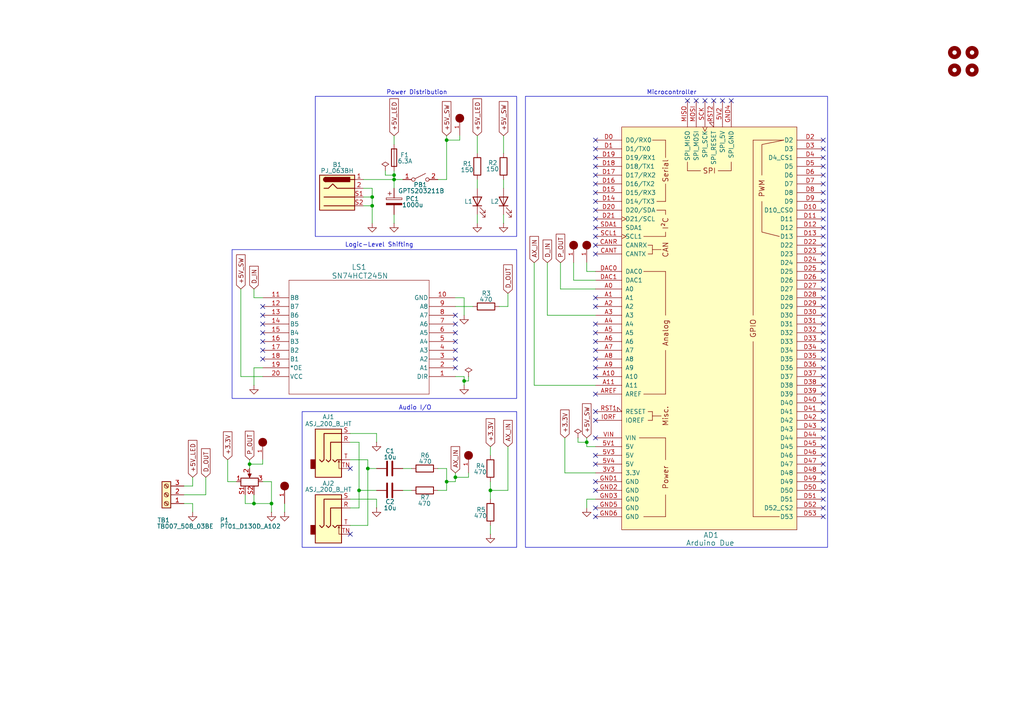
<source format=kicad_sch>
(kicad_sch (version 20250114) (generator "eeschema") (generator_version "9.0")
  (paper "A4")
  (lib_symbols
    (symbol "5275:5275" (pin_names (offset 1.016))
      (property "Reference" "TP" (at -2.5444 2.5415 0))
      (property "Value" "5275" (at -2.55 -5.0866 0))
      (symbol "5275_0_0"
        (circle (center 0 0) (radius 0.635) (stroke (width 1.27)))
        (pin passive line (at -5.08 0 0) (length 5.08) (name "~") (number "1"))
      )
    )
    (symbol "Connector:Barrel_Jack" (pin_names (offset 1.016))
      (property "Value" "Barrel_In" (at 0 5.08 0))
      (symbol "Barrel_Jack_0_1"
        (polyline (pts (xy -3.81 0) (xy -2.54 0) (xy -1.27 1.27) (xy 0 0) (xy 2.54 0) (xy 5.08 0)) (stroke (width 0.254)))
        (arc (start -3.302 1.905) (mid -3.9343 2.54) (end -3.302 3.175) (stroke (width 0.254)))
        (arc (start -3.302 1.905) (mid -3.9343 2.54) (end -3.302 3.175) (stroke (width 0.254)) (fill (type outline)))
        (rectangle (start 3.683 3.175) (end -3.302 1.905) (stroke (width 0.254)) (fill (type outline)))
        (polyline (pts (xy 5.08 2.54) (xy 3.81 2.54)) (stroke (width 0.254)))
      )
      (symbol "Barrel_Jack_1_1"
        (rectangle (start -5.08 3.81) (end 5.08 -6.35) (stroke (width 0.254)) (fill (type background)))
        (polyline (pts (xy -3.81 -2.54) (xy 5.08 -2.54)) (stroke (width 0.254)))
        (polyline (pts (xy -3.81 -5.08) (xy 5.08 -5.08)) (stroke (width 0.254)))
        (pin passive line (at 7.62 2.54 180) (length 2.54) (name "~") (number "1"))
        (pin passive line (at 7.62 0 180) (length 2.54) (name "~") (number "2"))
        (pin power_in line (at 7.62 -2.54 180) (length 2.54) (name "~") (number "S1"))
        (pin power_in line (at 7.62 -5.08 180) (length 2.54) (name "~") (number "S2"))
      )
    )
    (symbol "Connector:Screw_Terminal_01x03" (pin_names (offset 1.016) (hide yes))
      (property "Reference" "J" (at 0 5.08 0))
      (property "Value" "Screw_Terminal_01x03" (at 0 -5.08 0))
      (symbol "Screw_Terminal_01x03_1_1"
        (rectangle (start -1.27 3.81) (end 1.27 -3.81) (stroke (width 0.254)) (fill (type background)))
        (polyline (pts (xy -0.5334 2.8702) (xy 0.3302 2.032)) (stroke (width 0.1524)))
        (polyline (pts (xy -0.5334 0.3302) (xy 0.3302 -0.508)) (stroke (width 0.1524)))
        (polyline (pts (xy -0.5334 -2.2098) (xy 0.3302 -3.048)) (stroke (width 0.1524)))
        (polyline (pts (xy -0.3556 3.048) (xy 0.508 2.2098)) (stroke (width 0.1524)))
        (polyline (pts (xy -0.3556 0.508) (xy 0.508 -0.3302)) (stroke (width 0.1524)))
        (polyline (pts (xy -0.3556 -2.032) (xy 0.508 -2.8702)) (stroke (width 0.1524)))
        (circle (center 0 2.54) (radius 0.635) (stroke (width 0.1524)))
        (circle (center 0 0) (radius 0.635) (stroke (width 0.1524)))
        (circle (center 0 -2.54) (radius 0.635) (stroke (width 0.1524)))
        (pin passive line (at -5.08 2.54 0) (length 3.81) (name "Pin_1") (number "1"))
        (pin passive line (at -5.08 0 0) (length 3.81) (name "Pin_2") (number "2"))
        (pin passive line (at -5.08 -2.54 0) (length 3.81) (name "Pin_3") (number "3"))
      )
    )
    (symbol "Connector_Audio:AudioJack3_SwitchT"
      (property "Reference" "J" (at 0 8.89 0))
      (property "Value" "AudioJack3_SwitchT" (at 0 6.35 0))
      (symbol "AudioJack3_SwitchT_0_1"
        (rectangle (start -5.08 -5.08) (end -6.35 -7.62) (stroke (width 0.254)) (fill (type outline)))
        (polyline (pts (xy -1.905 -5.08) (xy -1.27 -5.715) (xy -0.635 -5.08) (xy -0.635 0) (xy 2.54 0)) (stroke (width 0.254)))
        (polyline (pts (xy 0 -5.08) (xy 0.635 -5.715) (xy 1.27 -5.08) (xy 2.54 -5.08)) (stroke (width 0.254)))
        (polyline (pts (xy 1.778 -5.334) (xy 2.032 -5.842)))
        (rectangle (start 2.54 3.81) (end -5.08 -10.16) (stroke (width 0.254)) (fill (type background)))
        (polyline (pts (xy 2.54 2.54) (xy -2.54 2.54) (xy -2.54 -5.08) (xy -3.175 -5.715) (xy -3.81 -5.08)) (stroke (width 0.254)))
        (polyline (pts (xy 2.54 -7.62) (xy 1.778 -7.62) (xy 1.778 -5.334) (xy 1.524 -5.842)))
      )
      (symbol "AudioJack3_SwitchT_1_1"
        (pin passive line (at 5.08 2.54 180) (length 2.54) (name "~") (number "S"))
        (pin passive line (at 5.08 0 180) (length 2.54) (name "~") (number "R"))
        (pin passive line (at 5.08 -5.08 180) (length 2.54) (name "~") (number "T"))
        (pin passive line (at 5.08 -7.62 180) (length 2.54) (name "~") (number "TN"))
      )
    )
    (symbol "Device:C" (pin_numbers (hide yes)) (pin_names (offset 0.254))
      (property "Reference" "C" (at 0.635 2.54 0))
      (property "Value" "C" (at 0.635 -2.54 0))
      (symbol "C_0_1"
        (polyline (pts (xy -2.032 0.762) (xy 2.032 0.762)) (stroke (width 0.508)))
        (polyline (pts (xy -2.032 -0.762) (xy 2.032 -0.762)) (stroke (width 0.508)))
      )
      (symbol "C_1_1"
        (pin passive line (at 0 3.81 270) (length 2.794) (name "~") (number "1"))
        (pin passive line (at 0 -3.81 90) (length 2.794) (name "~") (number "2"))
      )
    )
    (symbol "Device:C_Polarized" (pin_numbers (hide yes)) (pin_names (offset 0.254))
      (property "Reference" "C" (at 0.635 2.54 0))
      (property "Value" "C_Polarized" (at 0.635 -2.54 0))
      (symbol "C_Polarized_0_1"
        (rectangle (start -2.286 0.508) (end 2.286 1.016))
        (polyline (pts (xy -1.778 2.286) (xy -0.762 2.286)))
        (polyline (pts (xy -1.27 2.794) (xy -1.27 1.778)))
        (rectangle (start 2.286 -0.508) (end -2.286 -1.016) (fill (type outline)))
      )
      (symbol "C_Polarized_1_1"
        (pin passive line (at 0 3.81 270) (length 2.794) (name "~") (number "1"))
        (pin passive line (at 0 -3.81 90) (length 2.794) (name "~") (number "2"))
      )
    )
    (symbol "Device:Fuse" (pin_numbers (hide yes)) (pin_names (offset 0))
      (property "Reference" "F" (at 2.032 0 90))
      (property "Value" "Fuse" (at -1.905 0 90))
      (symbol "Fuse_0_1"
        (rectangle (start -0.762 -2.54) (end 0.762 2.54) (stroke (width 0.254)))
        (polyline (pts (xy 0 2.54) (xy 0 -2.54)))
      )
      (symbol "Fuse_1_1"
        (pin passive line (at 0 3.81 270) (length 1.27) (name "~") (number "1"))
        (pin passive line (at 0 -3.81 90) (length 1.27) (name "~") (number "2"))
      )
    )
    (symbol "Device:LED" (pin_numbers (hide yes)) (pin_names (offset 1.016) (hide yes))
      (property "Reference" "D" (at 0 2.54 0))
      (property "Value" "LED" (at 0 -2.54 0))
      (symbol "LED_0_1"
        (polyline (pts (xy -3.048 -0.762) (xy -4.572 -2.286) (xy -3.81 -2.286) (xy -4.572 -2.286) (xy -4.572 -1.524)))
        (polyline (pts (xy -1.778 -0.762) (xy -3.302 -2.286) (xy -2.54 -2.286) (xy -3.302 -2.286) (xy -3.302 -1.524)))
        (polyline (pts (xy -1.27 0) (xy 1.27 0)))
        (polyline (pts (xy -1.27 -1.27) (xy -1.27 1.27)) (stroke (width 0.254)))
        (polyline (pts (xy 1.27 -1.27) (xy 1.27 1.27) (xy -1.27 0) (xy 1.27 -1.27)) (stroke (width 0.254)))
      )
      (symbol "LED_1_1"
        (pin passive line (at -3.81 0 0) (length 2.54) (name "K") (number "1"))
        (pin passive line (at 3.81 0 180) (length 2.54) (name "A") (number "2"))
      )
    )
    (symbol "Device:R" (pin_numbers (hide yes)) (pin_names (offset 0))
      (property "Reference" "R" (at 2.032 0 90))
      (property "Value" "R" (at 0 0 90))
      (symbol "R_0_1"
        (rectangle (start -1.016 -2.54) (end 1.016 2.54) (stroke (width 0.254)))
      )
      (symbol "R_1_1"
        (pin passive line (at 0 3.81 270) (length 1.27) (name "~") (number "1"))
        (pin passive line (at 0 -3.81 90) (length 1.27) (name "~") (number "2"))
      )
    )
    (symbol "Device:R_Potentiometer" (pin_names (offset 1.016) (hide yes))
      (property "Value" "1k Pot" (at -3.556 12.192 90))
      (symbol "R_Potentiometer_0_1"
        (rectangle (start -1.27 2.54) (end 1.016 -2.54) (stroke (width 0.254)))
        (polyline (pts (xy 1.143 0) (xy 2.286 0.508) (xy 2.286 -0.508) (xy 1.143 0)) (fill (type outline)))
        (polyline (pts (xy 2.54 0) (xy 1.524 0)))
      )
      (symbol "R_Potentiometer_1_1"
        (pin power_in line (at -3.81 1.27 0) (length 2.54) (name "~") (number "S1"))
        (pin power_in line (at -3.81 -1.27 0) (length 2.6) (name "~") (number "S2"))
        (pin passive line (at 0 3.81 270) (length 1.27) (name "1") (number "1"))
        (pin passive line (at 0 -3.81 90) (length 1.27) (name "3") (number "3"))
        (pin passive line (at 3.81 0 180) (length 1.27) (name "2") (number "2"))
      )
    )
    (symbol "Mechanical:MountingHole" (pin_names (offset 1.016)) (exclude_from_sim yes) (in_bom no)
      (property "Reference" "H" (at 0 5.08 0))
      (property "Value" "MountingHole" (at 0 3.175 0))
      (symbol "MountingHole_0_1"
        (circle (center 0 0) (radius 1.27) (stroke (width 1.27)))
      )
    )
    (symbol "PCM_arduino-library:Arduino_Due_Shield" (pin_names (offset 1.016))
      (property "Reference" "A" (at 0 -62.23 0))
      (property "Value" "Arduino_Due_Shield" (at 0 -66.04 0))
      (symbol "Arduino_Due_Shield_0_0"
        (rectangle (start -25.4 -58.42) (end 25.4 58.42) (fill (type background)))
        (rectangle (start -20.32 -31.75) (end -12.7 -31.75))
        (rectangle (start -19.05 26.67) (end -12.7 26.67))
        (rectangle (start -19.05 16.51) (end -12.7 16.51))
        (rectangle (start -19.05 -19.05) (end -12.7 -19.05))
        (rectangle (start -19.05 -54.61) (end -12.7 -54.61))
        (rectangle (start -17.78 24.13) (end -16.51 24.13))
        (rectangle (start -17.78 21.59) (end -16.51 21.59))
        (rectangle (start -17.78 -24.13) (end -16.51 -24.13))
        (rectangle (start -17.78 -26.67) (end -16.51 -26.67))
        (rectangle (start -16.51 54.61) (end -12.7 54.61))
        (rectangle (start -16.51 24.13) (end -16.51 21.59))
        (rectangle (start -16.51 22.86) (end -13.97 22.86))
        (rectangle (start -16.51 -24.13) (end -16.51 -26.67))
        (rectangle (start -16.51 -25.4) (end -13.97 -25.4))
        (rectangle (start -15.24 36.83) (end -12.7 36.83))
        (rectangle (start -15.24 34.29) (end -12.7 34.29))
        (rectangle (start -12.7 49.53) (end -12.7 54.61))
        (rectangle (start -12.7 41.91) (end -12.7 36.83))
        (rectangle (start -12.7 34.29) (end -12.7 33.02))
        (rectangle (start -12.7 26.67) (end -12.7 27.94))
        (rectangle (start -12.7 16.51) (end -12.7 3.81))
        (rectangle (start -12.7 -6.35) (end -12.7 -19.05))
        (rectangle (start -12.7 -31.75) (end -12.7 -38.1))
        (rectangle (start -12.7 -54.61) (end -12.7 -48.26))
        (rectangle (start -6.35 48.26) (end -6.35 45.72))
        (rectangle (start -2.54 45.72) (end -6.35 45.72))
        (rectangle (start 6.35 48.26) (end 6.35 45.72))
        (rectangle (start 6.35 45.72) (end 2.54 45.72))
        (polyline (pts (xy 12.7 -54.61) (xy 20.32 -54.61)))
        (polyline (pts (xy 15.24 44.45) (xy 15.24 53.34) (xy 21.59 54.61)))
        (polyline (pts (xy 20.32 26.67) (xy 15.24 27.94) (xy 15.24 36.83)))
        (polyline (pts (xy 21.59 54.61) (xy 12.7 54.61)))
        (text "Serial" (at -12.7 45.72 900) (effects (font (size 1.524 1.524))))
        (text "I²C" (at -12.7 30.48 900) (effects (font (size 1.524 1.524))))
        (text "CAN" (at -12.7 22.86 900) (effects (font (size 1.524 1.524))))
        (text "Analog" (at -12.7 -1.27 900) (effects (font (size 1.524 1.524))))
        (text "Misc." (at -12.7 -25.4 900) (effects (font (size 1.524 1.524))))
        (text "Power" (at -12.7 -43.18 900) (effects (font (size 1.524 1.524))))
        (text "SPI" (at 0 45.72 0) (effects (font (size 1.524 1.524))))
        (text "PWM" (at 15.24 40.64 900) (effects (font (size 1.524 1.524))))
      )
      (symbol "Arduino_Due_Shield_1_0"
        (rectangle (start 12.7 54.61) (end 12.7 3.81))
        (rectangle (start 12.7 -54.61) (end 12.7 -3.81))
        (text "GPIO" (at 12.7 0 900) (effects (font (size 1.524 1.524))))
      )
      (symbol "Arduino_Due_Shield_1_1"
        (pin bidirectional line (at -33.02 54.61 0) (length 7.62) (name "D0/RX0") (number "D0"))
        (pin bidirectional line (at -33.02 52.07 0) (length 7.62) (name "D1/TX0") (number "D1"))
        (pin bidirectional line (at -33.02 49.53 0) (length 7.62) (name "D19/RX1") (number "D19"))
        (pin bidirectional line (at -33.02 46.99 0) (length 7.62) (name "D18/TX1") (number "D18"))
        (pin bidirectional line (at -33.02 44.45 0) (length 7.62) (name "D17/RX2") (number "D17"))
        (pin bidirectional line (at -33.02 41.91 0) (length 7.62) (name "D16/TX2") (number "D16"))
        (pin bidirectional line (at -33.02 39.37 0) (length 7.62) (name "D15/RX3") (number "D15"))
        (pin bidirectional line (at -33.02 36.83 0) (length 7.62) (name "D14/TX3") (number "D14"))
        (pin bidirectional line (at -33.02 34.29 0) (length 7.62) (name "D20/SDA") (number "D20"))
        (pin bidirectional clock (at -33.02 31.75 0) (length 7.62) (name "D21/SCL") (number "D21"))
        (pin bidirectional line (at -33.02 29.21 0) (length 7.62) (name "SDA1") (number "SDA1"))
        (pin bidirectional clock (at -33.02 26.67 0) (length 7.62) (name "SCL1") (number "SCL1"))
        (pin bidirectional line (at -33.02 24.13 0) (length 7.62) (name "CANRX") (number "CANR"))
        (pin bidirectional line (at -33.02 21.59 0) (length 7.62) (name "CANTX") (number "CANT"))
        (pin bidirectional line (at -33.02 16.51 0) (length 7.62) (name "DAC0") (number "DAC0"))
        (pin bidirectional line (at -33.02 13.97 0) (length 7.62) (name "DAC1") (number "DAC1"))
        (pin bidirectional line (at -33.02 11.43 0) (length 7.62) (name "A0") (number "A0"))
        (pin bidirectional line (at -33.02 8.89 0) (length 7.62) (name "A1") (number "A1"))
        (pin bidirectional line (at -33.02 6.35 0) (length 7.62) (name "A2") (number "A2"))
        (pin bidirectional line (at -33.02 3.81 0) (length 7.62) (name "A3") (number "A3"))
        (pin bidirectional line (at -33.02 1.27 0) (length 7.62) (name "A4") (number "A4"))
        (pin bidirectional line (at -33.02 -1.27 0) (length 7.62) (name "A5") (number "A5"))
        (pin bidirectional line (at -33.02 -3.81 0) (length 7.62) (name "A6") (number "A6"))
        (pin bidirectional line (at -33.02 -6.35 0) (length 7.62) (name "A7") (number "A7"))
        (pin bidirectional line (at -33.02 -8.89 0) (length 7.62) (name "A8") (number "A8"))
        (pin bidirectional line (at -33.02 -11.43 0) (length 7.62) (name "A9") (number "A9"))
        (pin bidirectional line (at -33.02 -13.97 0) (length 7.62) (name "A10") (number "A10"))
        (pin bidirectional line (at -33.02 -16.51 0) (length 7.62) (name "A11") (number "A11"))
        (pin input line (at -33.02 -19.05 0) (length 7.62) (name "AREF") (number "AREF"))
        (pin open_collector input_low (at -33.02 -24.13 0) (length 7.62) (name "RESET") (number "RST1"))
        (pin output line (at -33.02 -26.67 0) (length 7.62) (name "IOREF") (number "IORF"))
        (pin power_in line (at -33.02 -31.75 0) (length 7.62) (name "VIN") (number "VIN"))
        (pin power_in line (at -33.02 -34.29 0) (length 7.62) (name "5V") (number "5V1"))
        (pin power_in line (at -33.02 -36.83 0) (length 7.62) (name "5V") (number "5V3"))
        (pin power_in line (at -33.02 -39.37 0) (length 7.62) (name "5V") (number "5V4"))
        (pin power_out line (at -33.02 -41.91 0) (length 7.62) (name "3.3V") (number "3V3"))
        (pin power_in line (at -33.02 -44.45 0) (length 7.62) (name "GND") (number "GND1"))
        (pin power_in line (at -33.02 -46.99 0) (length 7.62) (name "GND") (number "GND2"))
        (pin power_in line (at -33.02 -49.53 0) (length 7.62) (name "GND") (number "GND3"))
        (pin power_in line (at -33.02 -52.07 0) (length 7.62) (name "GND") (number "GND5"))
        (pin power_in line (at -33.02 -54.61 0) (length 7.62) (name "GND") (number "GND6"))
        (pin input line (at -6.35 66.04 270) (length 7.62) (name "SPI_MISO") (number "MISO"))
        (pin output line (at -3.81 66.04 270) (length 7.62) (name "SPI_MOSI") (number "MOSI"))
        (pin output clock (at -1.27 66.04 270) (length 7.62) (name "SPI_SCK") (number "SCK"))
        (pin open_collector input_low (at 1.27 66.04 270) (length 7.62) (name "SPI_RESET") (number "RST2"))
        (pin power_in line (at 3.81 66.04 270) (length 7.62) (name "SPI_5V") (number "5V2"))
        (pin power_in line (at 6.35 66.04 270) (length 7.62) (name "SPI_GND") (number "GND4"))
        (pin bidirectional line (at 33.02 54.61 180) (length 7.62) (name "D2") (number "D2"))
        (pin bidirectional line (at 33.02 52.07 180) (length 7.62) (name "D3") (number "D3"))
        (pin bidirectional line (at 33.02 49.53 180) (length 7.62) (name "D4_CS1") (number "D4"))
        (pin bidirectional line (at 33.02 46.99 180) (length 7.62) (name "D5") (number "D5"))
        (pin bidirectional line (at 33.02 44.45 180) (length 7.62) (name "D6") (number "D6"))
        (pin bidirectional line (at 33.02 41.91 180) (length 7.62) (name "D7") (number "D7"))
        (pin bidirectional line (at 33.02 39.37 180) (length 7.62) (name "D8") (number "D8"))
        (pin bidirectional line (at 33.02 36.83 180) (length 7.62) (name "D9") (number "D9"))
        (pin bidirectional line (at 33.02 34.29 180) (length 7.62) (name "D10_CS0") (number "D10"))
        (pin bidirectional line (at 33.02 31.75 180) (length 7.62) (name "D11") (number "D11"))
        (pin bidirectional line (at 33.02 29.21 180) (length 7.62) (name "D12") (number "D12"))
        (pin bidirectional line (at 33.02 26.67 180) (length 7.62) (name "D13") (number "D13"))
        (pin bidirectional line (at 33.02 24.13 180) (length 7.62) (name "D22") (number "D22"))
        (pin bidirectional line (at 33.02 21.59 180) (length 7.62) (name "D23") (number "D23"))
        (pin bidirectional line (at 33.02 19.05 180) (length 7.62) (name "D24") (number "D24"))
        (pin bidirectional line (at 33.02 16.51 180) (length 7.62) (name "D25") (number "D25"))
        (pin bidirectional line (at 33.02 13.97 180) (length 7.62) (name "D26") (number "D26"))
        (pin bidirectional line (at 33.02 11.43 180) (length 7.62) (name "D27") (number "D27"))
        (pin bidirectional line (at 33.02 8.89 180) (length 7.62) (name "D28") (number "D28"))
        (pin bidirectional line (at 33.02 6.35 180) (length 7.62) (name "D29") (number "D29"))
        (pin bidirectional line (at 33.02 3.81 180) (length 7.62) (name "D30") (number "D30"))
        (pin bidirectional line (at 33.02 1.27 180) (length 7.62) (name "D31") (number "D31"))
        (pin bidirectional line (at 33.02 -1.27 180) (length 7.62) (name "D32") (number "D32"))
        (pin bidirectional line (at 33.02 -3.81 180) (length 7.62) (name "D33") (number "D33"))
        (pin bidirectional line (at 33.02 -6.35 180) (length 7.62) (name "D34") (number "D34"))
        (pin bidirectional line (at 33.02 -8.89 180) (length 7.62) (name "D35") (number "D35"))
        (pin bidirectional line (at 33.02 -11.43 180) (length 7.62) (name "D36") (number "D36"))
        (pin bidirectional line (at 33.02 -13.97 180) (length 7.62) (name "D37") (number "D37"))
        (pin bidirectional line (at 33.02 -16.51 180) (length 7.62) (name "D38") (number "D38"))
        (pin bidirectional line (at 33.02 -19.05 180) (length 7.62) (name "D39") (number "D39"))
        (pin bidirectional line (at 33.02 -21.59 180) (length 7.62) (name "D40") (number "D40"))
        (pin bidirectional line (at 33.02 -24.13 180) (length 7.62) (name "D41") (number "D41"))
        (pin bidirectional line (at 33.02 -26.67 180) (length 7.62) (name "D42") (number "D42"))
        (pin bidirectional line (at 33.02 -29.21 180) (length 7.62) (name "D43") (number "D43"))
        (pin bidirectional line (at 33.02 -31.75 180) (length 7.62) (name "D44") (number "D44"))
        (pin bidirectional line (at 33.02 -34.29 180) (length 7.62) (name "D45") (number "D45"))
        (pin bidirectional line (at 33.02 -36.83 180) (length 7.62) (name "D46") (number "D46"))
        (pin bidirectional line (at 33.02 -39.37 180) (length 7.62) (name "D47") (number "D47"))
        (pin bidirectional line (at 33.02 -41.91 180) (length 7.62) (name "D48") (number "D48"))
        (pin bidirectional line (at 33.02 -44.45 180) (length 7.62) (name "D49") (number "D49"))
        (pin bidirectional line (at 33.02 -46.99 180) (length 7.62) (name "D50") (number "D50"))
        (pin bidirectional line (at 33.02 -49.53 180) (length 7.62) (name "D51") (number "D51"))
        (pin bidirectional line (at 33.02 -52.07 180) (length 7.62) (name "D52_CS2") (number "D52"))
        (pin bidirectional line (at 33.02 -54.61 180) (length 7.62) (name "D53") (number "D53"))
      )
    )
    (symbol "SN74HCT245N:SN74HCT245N" (pin_names (offset 0.254))
      (property "Reference" "U" (at 27.94 10.16 0))
      (property "Value" "SN74HCT245N" (at 27.94 7.62 0))
      (symbol "SN74HCT245N_1_1"
        (polyline (pts (xy 7.62 5.08) (xy 7.62 -27.94)) (stroke (width 0.127)))
        (polyline (pts (xy 7.62 -27.94) (xy 48.26 -27.94)) (stroke (width 0.127)))
        (polyline (pts (xy 48.26 5.08) (xy 7.62 5.08)) (stroke (width 0.127)))
        (polyline (pts (xy 48.26 -27.94) (xy 48.26 5.08)) (stroke (width 0.127)))
        (pin input line (at 0 0 0) (length 7.62) (name "DIR") (number "1"))
        (pin bidirectional line (at 0 -2.54 0) (length 7.62) (name "A1") (number "2"))
        (pin bidirectional line (at 0 -5.08 0) (length 7.62) (name "A2") (number "3"))
        (pin bidirectional line (at 0 -7.62 0) (length 7.62) (name "A3") (number "4"))
        (pin bidirectional line (at 0 -10.16 0) (length 7.62) (name "A4") (number "5"))
        (pin bidirectional line (at 0 -12.7 0) (length 7.62) (name "A5") (number "6"))
        (pin bidirectional line (at 0 -15.24 0) (length 7.62) (name "A6") (number "7"))
        (pin bidirectional line (at 0 -17.78 0) (length 7.62) (name "A7") (number "8"))
        (pin bidirectional line (at 0 -20.32 0) (length 7.62) (name "A8") (number "9"))
        (pin power_in line (at 0 -22.86 0) (length 7.62) (name "GND") (number "10"))
        (pin power_in line (at 55.88 0 180) (length 7.62) (name "VCC") (number "20"))
        (pin input line (at 55.88 -2.54 180) (length 7.62) (name "*OE") (number "19"))
        (pin bidirectional line (at 55.88 -5.08 180) (length 7.62) (name "B1") (number "18"))
        (pin bidirectional line (at 55.88 -7.62 180) (length 7.62) (name "B2") (number "17"))
        (pin bidirectional line (at 55.88 -10.16 180) (length 7.62) (name "B3") (number "16"))
        (pin bidirectional line (at 55.88 -12.7 180) (length 7.62) (name "B4") (number "15"))
        (pin bidirectional line (at 55.88 -15.24 180) (length 7.62) (name "B5") (number "14"))
        (pin bidirectional line (at 55.88 -17.78 180) (length 7.62) (name "B6") (number "13"))
        (pin bidirectional line (at 55.88 -20.32 180) (length 7.62) (name "B7") (number "12"))
        (pin bidirectional line (at 55.88 -22.86 180) (length 7.62) (name "B8") (number "11"))
      )
    )
    (symbol "Switch:SW_SPST" (pin_names (offset 0) (hide yes))
      (property "Reference" "SW" (at 0 3.175 0))
      (property "Value" "SW_SPST" (at 0 -2.54 0))
      (symbol "SW_SPST_0_0"
        (circle (center -2.032 0) (radius 0.508))
        (polyline (pts (xy -1.524 0.254) (xy 1.524 1.778)))
        (circle (center 2.032 0) (radius 0.508))
      )
      (symbol "SW_SPST_1_1"
        (pin passive line (at -5.08 0 0) (length 2.54) (name "A") (number "1"))
        (pin passive line (at 5.08 0 180) (length 2.54) (name "B") (number "2"))
      )
    )
    (symbol "power:GND" (power) (pin_numbers (hide yes)) (pin_names (offset 0) (hide yes))
      (property "Value" "GND" (at 0 -3.81 0))
      (symbol "GND_0_1"
        (polyline (pts (xy 0 0) (xy 0 -1.27) (xy 1.27 -1.27) (xy 0 -2.54) (xy -1.27 -1.27) (xy 0 -1.27)))
      )
      (symbol "GND_1_1"
        (pin power_in line (at 0 0 270) (length 0) (name "~") (number "1"))
      )
    )
    (symbol "power:PWR_FLAG" (power) (pin_numbers (hide yes)) (pin_names (offset 0) (hide yes))
      (property "Value" "PWR_FLAG" (at 0 3.81 0))
      (symbol "PWR_FLAG_0_0"
        (pin power_out line (at 0 0 90) (length 0) (name "~") (number "1"))
      )
      (symbol "PWR_FLAG_0_1"
        (polyline (pts (xy 0 0) (xy 0 1.27) (xy -1.016 1.905) (xy 0 2.54) (xy 1.016 1.905) (xy 0 1.27)))
      )
    )
  )
  (rectangle (start 91.44 27.94) (end 149.86 68.58))
  (rectangle (start 67.31 72.39) (end 149.86 115.57))
  (rectangle (start 87.63 119.38) (end 149.86 158.75))
  (rectangle (start 152.4 27.94) (end 240.03 158.75))
  (text "Power Distribution" (at 120.904 26.924 0) (effects (font (size 1.27 1.27))))
  (text "Audio I/O" (at 120.396 118.364 0) (effects (font (size 1.27 1.27))))
  (text "Microcontroller" (at 194.818 26.924 0) (effects (font (size 1.27 1.27))))
  (text "Logic-Level Shifting" (at 109.982 71.12 0) (effects (font (size 1.27 1.27))))
  (junction (at 132.08 138.43))
  (junction (at 72.39 134.62))
  (junction (at 78.74 146.05))
  (junction (at 142.24 142.24))
  (junction (at 129.54 139.7))
  (junction (at 107.95 57.15))
  (junction (at 106.68 135.89))
  (junction (at 114.3 50.8))
  (junction (at 114.3 52.07))
  (junction (at 134.62 110.49))
  (junction (at 104.14 142.24))
  (junction (at 129.54 40.64))
  (junction (at 73.66 146.05))
  (junction (at 107.95 59.69))
  (junction (at 170.18 128.27))
  (no_connect (at 238.76 91.44))
  (no_connect (at 238.76 121.92))
  (no_connect (at 172.72 93.98))
  (no_connect (at 172.72 147.32))
  (no_connect (at 172.72 96.52))
  (no_connect (at 238.76 114.3))
  (no_connect (at 238.76 40.64))
  (no_connect (at 132.08 99.06))
  (no_connect (at 76.2 93.98))
  (no_connect (at 201.93 29.21))
  (no_connect (at 238.76 86.36))
  (no_connect (at 172.72 45.72))
  (no_connect (at 238.76 137.16))
  (no_connect (at 101.6 154.94))
  (no_connect (at 212.09 29.21))
  (no_connect (at 172.72 139.7))
  (no_connect (at 172.72 71.12))
  (no_connect (at 238.76 78.74))
  (no_connect (at 238.76 132.08))
  (no_connect (at 172.72 149.86))
  (no_connect (at 172.72 50.8))
  (no_connect (at 172.72 106.68))
  (no_connect (at 132.08 93.98))
  (no_connect (at 238.76 142.24))
  (no_connect (at 172.72 119.38))
  (no_connect (at 132.08 101.6))
  (no_connect (at 238.76 106.68))
  (no_connect (at 238.76 58.42))
  (no_connect (at 172.72 68.58))
  (no_connect (at 204.47 29.21))
  (no_connect (at 172.72 134.62))
  (no_connect (at 238.76 45.72))
  (no_connect (at 238.76 139.7))
  (no_connect (at 238.76 81.28))
  (no_connect (at 101.6 135.89))
  (no_connect (at 238.76 55.88))
  (no_connect (at 172.72 53.34))
  (no_connect (at 172.72 43.18))
  (no_connect (at 238.76 63.5))
  (no_connect (at 76.2 101.6))
  (no_connect (at 172.72 121.92))
  (no_connect (at 172.72 127))
  (no_connect (at 238.76 43.18))
  (no_connect (at 132.08 96.52))
  (no_connect (at 172.72 104.14))
  (no_connect (at 172.72 109.22))
  (no_connect (at 132.08 104.14))
  (no_connect (at 172.72 58.42))
  (no_connect (at 207.01 29.21))
  (no_connect (at 238.76 101.6))
  (no_connect (at 238.76 53.34))
  (no_connect (at 172.72 88.9))
  (no_connect (at 238.76 60.96))
  (no_connect (at 238.76 71.12))
  (no_connect (at 172.72 40.64))
  (no_connect (at 238.76 93.98))
  (no_connect (at 238.76 66.04))
  (no_connect (at 132.08 106.68))
  (no_connect (at 238.76 119.38))
  (no_connect (at 238.76 48.26))
  (no_connect (at 238.76 129.54))
  (no_connect (at 172.72 142.24))
  (no_connect (at 238.76 116.84))
  (no_connect (at 76.2 91.44))
  (no_connect (at 199.39 29.21))
  (no_connect (at 76.2 99.06))
  (no_connect (at 238.76 104.14))
  (no_connect (at 238.76 96.52))
  (no_connect (at 76.2 104.14))
  (no_connect (at 76.2 88.9))
  (no_connect (at 238.76 50.8))
  (no_connect (at 238.76 111.76))
  (no_connect (at 172.72 99.06))
  (no_connect (at 209.55 29.21))
  (no_connect (at 76.2 96.52))
  (no_connect (at 238.76 73.66))
  (no_connect (at 238.76 109.22))
  (no_connect (at 238.76 147.32))
  (no_connect (at 172.72 101.6))
  (no_connect (at 238.76 88.9))
  (no_connect (at 172.72 55.88))
  (no_connect (at 132.08 91.44))
  (no_connect (at 238.76 76.2))
  (no_connect (at 238.76 144.78))
  (no_connect (at 172.72 63.5))
  (no_connect (at 238.76 68.58))
  (no_connect (at 172.72 48.26))
  (no_connect (at 172.72 66.04))
  (no_connect (at 172.72 132.08))
  (no_connect (at 238.76 124.46))
  (no_connect (at 172.72 73.66))
  (no_connect (at 238.76 149.86))
  (no_connect (at 238.76 83.82))
  (no_connect (at 172.72 60.96))
  (no_connect (at 172.72 114.3))
  (no_connect (at 238.76 127))
  (no_connect (at 172.72 86.36))
  (no_connect (at 238.76 99.06))
  (no_connect (at 238.76 134.62))
  (wire (pts (xy 111.76 49.53) (xy 111.76 50.8)))
  (wire (pts (xy 162.56 76.2) (xy 162.56 83.82)))
  (wire (pts (xy 53.34 146.05) (xy 55.88 146.05)))
  (wire (pts (xy 82.55 146.05) (xy 82.55 148.59)))
  (wire (pts (xy 163.83 137.16) (xy 172.72 137.16)))
  (wire (pts (xy 55.88 140.97) (xy 55.88 138.43)))
  (wire (pts (xy 162.56 83.82) (xy 172.72 83.82)))
  (wire (pts (xy 109.22 144.78) (xy 109.22 147.32)))
  (wire (pts (xy 105.41 59.69) (xy 107.95 59.69)))
  (wire (pts (xy 129.54 39.37) (xy 129.54 40.64)))
  (wire (pts (xy 135.89 137.16) (xy 135.89 138.43)))
  (wire (pts (xy 101.6 152.4) (xy 106.68 152.4)))
  (wire (pts (xy 114.3 50.8) (xy 114.3 52.07)))
  (wire (pts (xy 147.32 85.09) (xy 147.32 88.9)))
  (wire (pts (xy 127 135.89) (xy 129.54 135.89)))
  (wire (pts (xy 78.74 148.59) (xy 78.74 146.05)))
  (wire (pts (xy 154.94 76.2) (xy 154.94 111.76)))
  (wire (pts (xy 129.54 40.64) (xy 133.35 40.64)))
  (wire (pts (xy 167.64 127) (xy 167.64 128.27)))
  (wire (pts (xy 134.62 86.36) (xy 134.62 91.44)))
  (wire (pts (xy 170.18 147.32) (xy 170.18 144.78)))
  (wire (pts (xy 55.88 146.05) (xy 55.88 148.59)))
  (wire (pts (xy 127 142.24) (xy 129.54 142.24)))
  (wire (pts (xy 142.24 152.4) (xy 142.24 154.94)))
  (wire (pts (xy 101.6 133.35) (xy 106.68 133.35)))
  (wire (pts (xy 71.12 143.51) (xy 71.12 146.05)))
  (wire (pts (xy 158.75 91.44) (xy 158.75 76.2)))
  (wire (pts (xy 66.04 139.7) (xy 68.58 139.7)))
  (wire (pts (xy 146.05 39.37) (xy 146.05 44.45)))
  (wire (pts (xy 76.2 133.35) (xy 76.2 134.62)))
  (wire (pts (xy 72.39 133.35) (xy 72.39 134.62)))
  (wire (pts (xy 146.05 52.07) (xy 146.05 54.61)))
  (wire (pts (xy 170.18 144.78) (xy 172.72 144.78)))
  (wire (pts (xy 166.37 76.2) (xy 166.37 81.28)))
  (wire (pts (xy 107.95 59.69) (xy 107.95 57.15)))
  (wire (pts (xy 107.95 54.61) (xy 107.95 57.15)))
  (wire (pts (xy 78.74 139.7) (xy 78.74 146.05)))
  (wire (pts (xy 147.32 88.9) (xy 144.78 88.9)))
  (wire (pts (xy 116.84 52.07) (xy 114.3 52.07)))
  (wire (pts (xy 69.85 83.82) (xy 69.85 109.22)))
  (wire (pts (xy 170.18 78.74) (xy 172.72 78.74)))
  (wire (pts (xy 114.3 39.37) (xy 114.3 41.91)))
  (wire (pts (xy 132.08 139.7) (xy 129.54 139.7)))
  (wire (pts (xy 72.39 134.62) (xy 72.39 135.89)))
  (wire (pts (xy 53.34 143.51) (xy 59.69 143.51)))
  (wire (pts (xy 172.72 91.44) (xy 158.75 91.44)))
  (wire (pts (xy 135.89 138.43) (xy 132.08 138.43)))
  (wire (pts (xy 138.43 62.23) (xy 138.43 64.77)))
  (wire (pts (xy 109.22 125.73) (xy 109.22 128.27)))
  (wire (pts (xy 73.66 83.82) (xy 73.66 86.36)))
  (wire (pts (xy 147.32 142.24) (xy 142.24 142.24)))
  (wire (pts (xy 73.66 146.05) (xy 78.74 146.05)))
  (wire (pts (xy 114.3 49.53) (xy 114.3 50.8)))
  (wire (pts (xy 73.66 86.36) (xy 76.2 86.36)))
  (wire (pts (xy 132.08 86.36) (xy 134.62 86.36)))
  (wire (pts (xy 127 52.07) (xy 129.54 52.07)))
  (wire (pts (xy 170.18 128.27) (xy 170.18 129.54)))
  (wire (pts (xy 170.18 76.2) (xy 170.18 78.74)))
  (wire (pts (xy 135.89 110.49) (xy 134.62 110.49)))
  (wire (pts (xy 101.6 147.32) (xy 104.14 147.32)))
  (wire (pts (xy 114.3 54.61) (xy 114.3 52.07)))
  (wire (pts (xy 106.68 152.4) (xy 106.68 135.89)))
  (wire (pts (xy 142.24 142.24) (xy 142.24 144.78)))
  (wire (pts (xy 105.41 52.07) (xy 114.3 52.07)))
  (wire (pts (xy 66.04 133.35) (xy 66.04 139.7)))
  (wire (pts (xy 132.08 88.9) (xy 137.16 88.9)))
  (wire (pts (xy 106.68 135.89) (xy 109.22 135.89)))
  (wire (pts (xy 146.05 62.23) (xy 146.05 64.77)))
  (wire (pts (xy 134.62 111.76) (xy 134.62 110.49)))
  (wire (pts (xy 132.08 138.43) (xy 132.08 139.7)))
  (wire (pts (xy 114.3 64.77) (xy 114.3 62.23)))
  (wire (pts (xy 129.54 139.7) (xy 129.54 142.24)))
  (wire (pts (xy 76.2 139.7) (xy 78.74 139.7)))
  (wire (pts (xy 142.24 129.54) (xy 142.24 132.08)))
  (wire (pts (xy 132.08 109.22) (xy 134.62 109.22)))
  (wire (pts (xy 138.43 39.37) (xy 138.43 44.45)))
  (wire (pts (xy 116.84 142.24) (xy 119.38 142.24)))
  (wire (pts (xy 134.62 110.49) (xy 134.62 109.22)))
  (wire (pts (xy 104.14 142.24) (xy 104.14 128.27)))
  (wire (pts (xy 138.43 52.07) (xy 138.43 54.61)))
  (wire (pts (xy 129.54 135.89) (xy 129.54 139.7)))
  (wire (pts (xy 142.24 139.7) (xy 142.24 142.24)))
  (wire (pts (xy 111.76 50.8) (xy 114.3 50.8)))
  (wire (pts (xy 129.54 40.64) (xy 129.54 52.07)))
  (wire (pts (xy 73.66 111.76) (xy 73.66 106.68)))
  (wire (pts (xy 154.94 111.76) (xy 172.72 111.76)))
  (wire (pts (xy 163.83 137.16) (xy 163.83 127)))
  (wire (pts (xy 107.95 59.69) (xy 107.95 64.77)))
  (wire (pts (xy 76.2 134.62) (xy 72.39 134.62)))
  (wire (pts (xy 170.18 127) (xy 170.18 128.27)))
  (wire (pts (xy 106.68 135.89) (xy 106.68 133.35)))
  (wire (pts (xy 147.32 129.54) (xy 147.32 142.24)))
  (wire (pts (xy 105.41 54.61) (xy 107.95 54.61)))
  (wire (pts (xy 101.6 125.73) (xy 109.22 125.73)))
  (wire (pts (xy 101.6 144.78) (xy 109.22 144.78)))
  (wire (pts (xy 166.37 81.28) (xy 172.72 81.28)))
  (wire (pts (xy 59.69 143.51) (xy 59.69 138.43)))
  (wire (pts (xy 135.89 109.22) (xy 135.89 110.49)))
  (wire (pts (xy 170.18 129.54) (xy 172.72 129.54)))
  (wire (pts (xy 104.14 147.32) (xy 104.14 142.24)))
  (wire (pts (xy 53.34 140.97) (xy 55.88 140.97)))
  (wire (pts (xy 133.35 39.37) (xy 133.35 40.64)))
  (wire (pts (xy 104.14 128.27) (xy 101.6 128.27)))
  (wire (pts (xy 167.64 128.27) (xy 170.18 128.27)))
  (wire (pts (xy 107.95 57.15) (xy 105.41 57.15)))
  (wire (pts (xy 71.12 146.05) (xy 73.66 146.05)))
  (wire (pts (xy 104.14 142.24) (xy 109.22 142.24)))
  (wire (pts (xy 69.85 109.22) (xy 76.2 109.22)))
  (wire (pts (xy 73.66 106.68) (xy 76.2 106.68)))
  (wire (pts (xy 73.66 146.05) (xy 73.66 143.51)))
  (wire (pts (xy 116.84 135.89) (xy 119.38 135.89)))
  (wire (pts (xy 132.08 137.16) (xy 132.08 138.43)))
  (global_label "AX_IN" (shape input) (at 147.32 129.54 90) (property "Intersheetrefs" "${INTERSHEET_REFS}" (effects (hide yes))))
  (global_label "+3.3V" (shape input) (at 66.04 133.35 90) (property "Intersheetrefs" "${INTERSHEET_REFS}" (effects (hide yes))))
  (global_label "+5V_LED" (shape input) (at 138.43 39.37 90) (property "Intersheetrefs" "${INTERSHEET_REFS}" (effects (hide yes))))
  (global_label "+3.3V" (shape input) (at 142.24 129.54 90) (property "Intersheetrefs" "${INTERSHEET_REFS}" (effects (hide yes))))
  (global_label "AX_IN" (shape input) (at 132.08 137.16 90) (property "Intersheetrefs" "${INTERSHEET_REFS}" (effects (hide yes))))
  (global_label "+5V_SW" (shape input) (at 146.05 39.37 90) (property "Intersheetrefs" "${INTERSHEET_REFS}" (effects (hide yes))))
  (global_label "P_OUT" (shape input) (at 162.56 76.2 90) (property "Intersheetrefs" "${INTERSHEET_REFS}" (effects (hide yes))))
  (global_label "D_IN" (shape input) (at 158.75 76.2 90) (property "Intersheetrefs" "${INTERSHEET_REFS}" (effects (hide yes))))
  (global_label "AX_IN" (shape input) (at 154.94 76.2 90) (property "Intersheetrefs" "${INTERSHEET_REFS}" (effects (hide yes))))
  (global_label "P_OUT" (shape input) (at 72.39 133.35 90) (property "Intersheetrefs" "${INTERSHEET_REFS}" (effects (hide yes))))
  (global_label "D_OUT" (shape input) (at 59.69 138.43 90) (property "Intersheetrefs" "${INTERSHEET_REFS}" (effects (hide yes))))
  (global_label "+5V_SW" (shape input) (at 129.54 39.37 90) (property "Intersheetrefs" "${INTERSHEET_REFS}" (effects (hide yes))))
  (global_label "+5V_LED" (shape input) (at 114.3 39.37 90) (property "Intersheetrefs" "${INTERSHEET_REFS}" (effects (hide yes))))
  (global_label "D_OUT" (shape input) (at 147.32 85.09 90) (property "Intersheetrefs" "${INTERSHEET_REFS}" (effects (hide yes))))
  (global_label "+3.3V" (shape input) (at 163.83 127 90) (property "Intersheetrefs" "${INTERSHEET_REFS}" (effects (hide yes))))
  (global_label "+5V_SW" (shape input) (at 69.85 83.82 90) (property "Intersheetrefs" "${INTERSHEET_REFS}" (effects (hide yes))))
  (global_label "+5V_LED" (shape input) (at 55.88 138.43 90) (property "Intersheetrefs" "${INTERSHEET_REFS}" (effects (hide yes))))
  (global_label "D_IN" (shape input) (at 73.66 83.82 90) (property "Intersheetrefs" "${INTERSHEET_REFS}" (effects (hide yes))))
  (global_label "+5V_SW" (shape input) (at 170.18 127 90) (property "Intersheetrefs" "${INTERSHEET_REFS}" (effects (hide yes))))
  (symbol (lib_id "5275:5275") (at 166.37 71.12 90) (unit 1)
    (property "Reference" "TP4" (effects (hide yes)))
    (property "Value" "5275" (effects (hide yes)))
    (property "Footprint" "5275:KEYSTONE_5275" (effects (hide yes)))
    (property "STANDARD" "Manufacturer Recommendations" (effects (hide yes)))
    (property "SNAPEDA_PN" "5270" (effects (hide yes)))
    (property "MAXIMUM_PACKAGE_HEIGHT" "5.59mm" (effects (hide yes)))
    (property "MANUFACTURER" "Keystone" (effects (hide yes)))
  )
  (symbol (lib_id "Device:R") (at 142.24 148.59 0) (unit 1)
    (property "Reference" "R5" (at 138.176 147.828 0) (effects (justify left)))
    (property "Value" "470" (at 137.414 149.606 0) (effects (justify left)))
    (property "Footprint" "RSMF2JTR100:STA_RSMF2_STP" (effects (hide yes)))
    (property "Description" "Resistor" (effects (hide yes)))
  )
  (symbol (lib_id "power:GND") (at 138.43 64.77 0) (unit 1)
    (property "Reference" "#PWR05" (effects (hide yes)))
    (property "Value" "GND" (effects (hide yes)))
    (property "Description" "Power symbol creates a global label with name \"GND\" , ground" (effects (hide yes)))
  )
  (symbol (lib_id "power:GND") (at 82.55 148.59 0) (unit 1)
    (property "Reference" "#PWR015" (effects (hide yes)))
    (property "Value" "GND" (effects (hide yes)))
    (property "Description" "Power symbol creates a global label with name \"GND\" , ground" (effects (hide yes)))
  )
  (symbol (lib_id "power:GND") (at 134.62 111.76 0) (unit 1)
    (property "Reference" "#PWR03" (effects (hide yes)))
    (property "Value" "GND" (effects (hide yes)))
    (property "Description" "Power symbol creates a global label with name \"GND\" , ground" (effects (hide yes)))
  )
  (symbol (lib_id "power:GND") (at 55.88 148.59 0) (unit 1)
    (property "Reference" "#PWR016" (effects (hide yes)))
    (property "Value" "GND" (effects (hide yes)))
    (property "Description" "Power symbol creates a global label with name \"GND\" , ground" (effects (hide yes)))
  )
  (symbol (lib_id "power:GND") (at 170.18 147.32 0) (unit 1)
    (property "Reference" "#PWR013" (effects (hide yes)))
    (property "Value" "GND" (effects (hide yes)))
    (property "Description" "Power symbol creates a global label with name \"GND\" , ground" (effects (hide yes)))
  )
  (symbol (lib_id "Device:R") (at 142.24 135.89 180) (unit 1)
    (property "Reference" "R4" (at 140.716 135.128 0) (effects (justify left)))
    (property "Value" "470" (at 141.224 136.906 0) (effects (justify left)))
    (property "Footprint" "RSMF2JTR100:STA_RSMF2_STP" (effects (hide yes)))
    (property "Description" "Resistor" (effects (hide yes)))
  )
  (symbol (lib_id "power:PWR_FLAG") (at 167.64 127 0) (unit 1)
    (property "Reference" "#FLG02" (effects (hide yes)))
    (property "Value" "PWR_FLAG" (effects (hide yes)))
    (property "Description" "Special symbol for telling ERC where power comes from" (effects (hide yes)))
  )
  (symbol (lib_id "Connector:Barrel_Jack") (at 97.79 54.61 0) (unit 1)
    (property "Reference" "B1" (at 97.79 47.752 0))
    (property "Value" "PJ_063BH" (at 97.79 49.53 0))
    (property "Footprint" "PJ_063BH:CUI_PJ-063BH" (effects (hide yes)))
    (property "Description" "DC Barrel Jack" (effects (hide yes)))
  )
  (symbol (lib_id "Device:C_Polarized") (at 114.3 58.42 0) (unit 1)
    (property "Reference" "PC1" (at 117.602 57.658 0) (effects (justify left)))
    (property "Value" "1000u" (at 116.586 59.436 0) (effects (justify left)))
    (property "Footprint" "ECA_0JM102B:CAPPRD500W60D800H1150" (effects (hide yes)))
    (property "Description" "Polarized capacitor" (effects (hide yes)))
  )
  (symbol (lib_id "Device:R") (at 123.19 142.24 270) (unit 1)
    (property "Reference" "R7" (at 121.92 144.272 90) (effects (justify left)))
    (property "Value" "470" (at 121.158 146.05 90) (effects (justify left)))
    (property "Footprint" "RSMF2JTR100:STA_RSMF2_STP" (effects (hide yes)))
    (property "Description" "Resistor" (effects (hide yes)))
  )
  (symbol (lib_id "5275:5275") (at 133.35 34.29 90) (unit 1)
    (property "Reference" "TP2" (effects (hide yes)))
    (property "Value" "5275" (effects (hide yes)))
    (property "Footprint" "5275:KEYSTONE_5275" (effects (hide yes)))
    (property "STANDARD" "Manufacturer Recommendations" (effects (hide yes)))
    (property "SNAPEDA_PN" "5270" (effects (hide yes)))
    (property "MAXIMUM_PACKAGE_HEIGHT" "5.59mm" (effects (hide yes)))
    (property "MANUFACTURER" "Keystone" (effects (hide yes)))
  )
  (symbol (lib_id "Device:R") (at 138.43 48.26 180) (unit 1)
    (property "Reference" "R1" (at 136.906 47.498 0) (effects (justify left)))
    (property "Value" "150" (at 137.414 49.276 0) (effects (justify left)))
    (property "Footprint" "Resistor_THT:R_Axial_DIN0207_L6.3mm_D2.5mm_P10.16mm_Horizontal" (effects (hide yes)))
    (property "Description" "Resistor" (effects (hide yes)))
  )
  (symbol (lib_id "5275:5275") (at 82.55 140.97 90) (unit 1)
    (property "Reference" "TP1" (effects (hide yes)))
    (property "Value" "5275" (effects (hide yes)))
    (property "Footprint" "5275:KEYSTONE_5275" (effects (hide yes)))
    (property "STANDARD" "Manufacturer Recommendations" (effects (hide yes)))
    (property "SNAPEDA_PN" "5270" (effects (hide yes)))
    (property "MAXIMUM_PACKAGE_HEIGHT" "5.59mm" (effects (hide yes)))
    (property "MANUFACTURER" "Keystone" (effects (hide yes)))
  )
  (symbol (lib_id "Device:LED") (at 146.05 58.42 90) (unit 1)
    (property "Reference" "L2" (at 143.51 58.42 90))
    (property "Value" "LED" (effects (hide yes)))
    (property "Footprint" "LED_THT:LED_D3.0mm" (effects (hide yes)))
    (property "Description" "Light emitting diode" (effects (hide yes)))
    (property "Sim.Pins" "1=K 2=A" (effects (hide yes)))
  )
  (symbol (lib_id "power:PWR_FLAG") (at 135.89 109.22 0) (unit 1)
    (property "Reference" "#FLG01" (effects (hide yes)))
    (property "Value" "PWR_FLAG" (effects (hide yes)))
    (property "Description" "Special symbol for telling ERC where power comes from" (effects (hide yes)))
  )
  (symbol (lib_id "power:GND") (at 109.22 147.32 0) (unit 1)
    (property "Reference" "#PWR014" (effects (hide yes)))
    (property "Value" "GND" (effects (hide yes)))
    (property "Description" "Power symbol creates a global label with name \"GND\" , ground" (effects (hide yes)))
  )
  (symbol (lib_id "5275:5275") (at 170.18 71.12 90) (unit 1)
    (property "Reference" "TP3" (effects (hide yes)))
    (property "Value" "5275" (effects (hide yes)))
    (property "Footprint" "5275:KEYSTONE_5275" (effects (hide yes)))
    (property "STANDARD" "Manufacturer Recommendations" (effects (hide yes)))
    (property "SNAPEDA_PN" "5270" (effects (hide yes)))
    (property "MAXIMUM_PACKAGE_HEIGHT" "5.59mm" (effects (hide yes)))
    (property "MANUFACTURER" "Keystone" (effects (hide yes)))
  )
  (symbol (lib_id "power:GND") (at 134.62 91.44 0) (unit 1)
    (property "Reference" "#PWR08" (effects (hide yes)))
    (property "Value" "GND" (effects (hide yes)))
    (property "Description" "Power symbol creates a global label with name \"GND\" , ground" (effects (hide yes)))
  )
  (symbol (lib_id "power:GND") (at 107.95 64.77 0) (unit 1)
    (property "Reference" "#PWR06" (effects (hide yes)))
    (property "Value" "GND" (effects (hide yes)))
    (property "Description" "Power symbol creates a global label with name \"GND\" , ground" (effects (hide yes)))
  )
  (symbol (lib_id "SN74HCT245N:SN74HCT245N") (at 132.08 109.22 180) (unit 1)
    (property "Reference" "LS1" (at 104.14 77.47 0) (effects (font (size 1.524 1.524))))
    (property "Value" "SN74HCT245N" (at 104.394 80.01 0) (effects (font (size 1.524 1.524))))
    (property "Footprint" "SN74HCT245N:N20" (effects (hide yes)))
    (property "Datasheet" "SN74HCT245N" (effects (hide yes)))
  )
  (symbol (lib_id "Device:R") (at 140.97 88.9 270) (unit 1)
    (property "Reference" "R3" (at 139.7 85.09 90) (effects (justify left)))
    (property "Value" "470" (at 140.97 86.868 90))
    (property "Footprint" "Resistor_THT:R_Axial_DIN0207_L6.3mm_D2.5mm_P10.16mm_Horizontal" (effects (hide yes)))
    (property "Description" "Resistor" (effects (hide yes)))
  )
  (symbol (lib_id "Mechanical:MountingHole") (at 281.94 15.24 0) (unit 1) (exclude_from_sim yes) (in_bom no)
    (property "Reference" "H2" (effects (hide yes)))
    (property "Value" "MountingHole" (effects (hide yes)))
    (property "Footprint" "MountingHole:MountingHole_3.2mm_M3" (effects (hide yes)))
    (property "Description" "Mounting Hole without connection" (effects (hide yes)))
  )
  (symbol (lib_id "power:GND") (at 78.74 148.59 0) (unit 1)
    (property "Reference" "#PWR02" (effects (hide yes)))
    (property "Value" "GND" (effects (hide yes)))
    (property "Description" "Power symbol creates a global label with name \"GND\" , ground" (effects (hide yes)))
  )
  (symbol (lib_id "Device:R") (at 146.05 48.26 180) (unit 1)
    (property "Reference" "R2" (at 144.272 47.244 0) (effects (justify left)))
    (property "Value" "150" (at 144.78 49.022 0) (effects (justify left)))
    (property "Footprint" "Resistor_THT:R_Axial_DIN0207_L6.3mm_D2.5mm_P10.16mm_Horizontal" (effects (hide yes)))
    (property "Description" "Resistor" (effects (hide yes)))
  )
  (symbol (lib_id "Connector:Screw_Terminal_01x03") (at 48.26 143.51 180) (unit 1)
    (property "Reference" "TB1" (at 49.276 150.876 0) (effects (justify left)))
    (property "Value" "TB007_508_03BE" (at 61.976 152.654 0) (effects (justify left)))
    (property "Footprint" "TB007_508_03BE:CUI_TB007-508-03BE" (effects (hide yes)))
    (property "Description" "Generic screw terminal, single row, 01x03, script generated (kicad-library-utils/schlib/autogen/connector/)" (effects (hide yes)))
  )
  (symbol (lib_id "power:GND") (at 109.22 128.27 0) (unit 1)
    (property "Reference" "#PWR012" (effects (hide yes)))
    (property "Value" "GND" (effects (hide yes)))
    (property "Description" "Power symbol creates a global label with name \"GND\" , ground" (effects (hide yes)))
  )
  (symbol (lib_id "Mechanical:MountingHole") (at 276.86 20.32 0) (unit 1) (exclude_from_sim yes) (in_bom no)
    (property "Reference" "H3" (effects (hide yes)))
    (property "Value" "MountingHole" (effects (hide yes)))
    (property "Footprint" "MountingHole:MountingHole_3.2mm_M3" (effects (hide yes)))
    (property "Description" "Mounting Hole without connection" (effects (hide yes)))
  )
  (symbol (lib_id "Switch:SW_SPST") (at 121.92 52.07 0) (unit 1)
    (property "Reference" "PB1" (at 121.92 53.594 0))
    (property "Value" "GPTS203211B" (at 122.174 55.372 0))
    (property "Footprint" "GPTS203211B:SWITCH_03211B" (effects (hide yes)))
    (property "Description" "Single Pole Single Throw (SPST) switch" (effects (hide yes)))
  )
  (symbol (lib_id "Mechanical:MountingHole") (at 281.94 20.32 0) (unit 1) (exclude_from_sim yes) (in_bom no)
    (property "Reference" "H4" (effects (hide yes)))
    (property "Value" "MountingHole" (effects (hide yes)))
    (property "Footprint" "MountingHole:MountingHole_3.2mm_M3" (effects (hide yes)))
    (property "Description" "Mounting Hole without connection" (effects (hide yes)))
  )
  (symbol (lib_id "power:GND") (at 73.66 111.76 0) (unit 1)
    (property "Reference" "#PWR04" (effects (hide yes)))
    (property "Value" "GND" (effects (hide yes)))
    (property "Description" "Power symbol creates a global label with name \"GND\" , ground" (effects (hide yes)))
  )
  (symbol (lib_id "PCM_arduino-library:Arduino_Due_Shield") (at 205.74 95.25 0) (unit 1)
    (property "Reference" "AD1" (at 206.248 155.194 0) (effects (font (size 1.524 1.524))))
    (property "Value" "Arduino Due" (at 205.994 157.48 0) (effects (font (size 1.524 1.524))))
    (property "Footprint" "PCM_arduino-library:Arduino_Due_Shield" (effects (hide yes)))
    (property "Datasheet" "https://docs.arduino.cc/hardware/due" (effects (hide yes)))
    (property "Description" "Shield for Arduino Due" (effects (hide yes)))
  )
  (symbol (lib_id "power:GND") (at 114.3 64.77 0) (unit 1)
    (property "Reference" "#PWR01" (effects (hide yes)))
    (property "Value" "GND" (effects (hide yes)))
    (property "Description" "Power symbol creates a global label with name \"GND\" , ground" (effects (hide yes)))
  )
  (symbol (lib_id "Device:C") (at 113.03 135.89 270) (unit 1)
    (property "Reference" "C1" (at 111.76 130.81 90) (effects (justify left)))
    (property "Value" "10u" (at 111.252 132.588 90) (effects (justify left)))
    (property "Footprint" "C324C106K3R5TA:CAP_C324C_MR_X7R_KEM" (effects (hide yes)))
    (property "Description" "Unpolarized capacitor" (effects (hide yes)))
  )
  (symbol (lib_id "power:PWR_FLAG") (at 111.76 49.53 0) (unit 1)
    (property "Reference" "#FLG03" (effects (hide yes)))
    (property "Value" "PWR_FLAG" (effects (hide yes)))
    (property "Description" "Special symbol for telling ERC where power comes from" (effects (hide yes)))
  )
  (symbol (lib_id "power:GND") (at 146.05 64.77 0) (unit 1)
    (property "Reference" "#PWR09" (effects (hide yes)))
    (property "Value" "GND" (effects (hide yes)))
    (property "Description" "Power symbol creates a global label with name \"GND\" , ground" (effects (hide yes)))
  )
  (symbol (lib_id "power:GND") (at 142.24 154.94 0) (unit 1)
    (property "Reference" "#PWR07" (effects (hide yes)))
    (property "Value" "GND" (effects (hide yes)))
    (property "Description" "Power symbol creates a global label with name \"GND\" , ground" (effects (hide yes)))
  )
  (symbol (lib_id "Connector_Audio:AudioJack3_SwitchT") (at 96.52 128.27 0) (unit 1)
    (property "Reference" "AJ1" (at 95.25 120.904 0))
    (property "Value" "ASJ_200_B_HT" (at 95.25 122.936 0))
    (property "Footprint" "ASJ_200_B_HT:ASJ-200-B-HT_ADM" (effects (hide yes)))
    (property "Description" "Audio Jack, 3 Poles (Stereo / TRS), Switched T Pole (Normalling)" (effects (hide yes)))
  )
  (symbol (lib_id "5275:5275") (at 76.2 128.27 90) (unit 1)
    (property "Reference" "TP5" (effects (hide yes)))
    (property "Value" "5275" (effects (hide yes)))
    (property "Footprint" "5275:KEYSTONE_5275" (effects (hide yes)))
    (property "STANDARD" "Manufacturer Recommendations" (effects (hide yes)))
    (property "SNAPEDA_PN" "5270" (effects (hide yes)))
    (property "MAXIMUM_PACKAGE_HEIGHT" "5.59mm" (effects (hide yes)))
    (property "MANUFACTURER" "Keystone" (effects (hide yes)))
  )
  (symbol (lib_id "Device:C") (at 113.03 142.24 270) (unit 1)
    (property "Reference" "C2" (at 111.76 145.542 90) (effects (justify left)))
    (property "Value" "10u" (at 111.252 147.32 90) (effects (justify left)))
    (property "Footprint" "C324C106K3R5TA:CAP_C324C_MR_X7R_KEM" (effects (hide yes)))
    (property "Description" "Unpolarized capacitor" (effects (hide yes)))
  )
  (symbol (lib_id "Mechanical:MountingHole") (at 276.86 15.24 0) (unit 1) (exclude_from_sim yes) (in_bom no)
    (property "Reference" "H1" (effects (hide yes)))
    (property "Value" "MountingHole" (effects (hide yes)))
    (property "Footprint" "MountingHole:MountingHole_3.2mm_M3" (effects (hide yes)))
    (property "Description" "Mounting Hole without connection" (effects (hide yes)))
  )
  (symbol (lib_id "Device:R") (at 123.19 135.89 270) (unit 1)
    (property "Reference" "R6" (at 121.92 132.08 90) (effects (justify left)))
    (property "Value" "470" (at 121.412 133.858 90) (effects (justify left)))
    (property "Footprint" "RSMF2JTR100:STA_RSMF2_STP" (effects (hide yes)))
    (property "Description" "Resistor" (effects (hide yes)))
  )
  (symbol (lib_id "Device:Fuse") (at 114.3 45.72 180) (unit 1)
    (property "Reference" "F1" (at 118.618 44.958 0) (effects (justify left)))
    (property "Value" "6.3A" (at 119.634 46.736 0) (effects (justify left)))
    (property "Footprint" "56000001009:FUSE_560_1009_LTF" (effects (hide yes)))
    (property "Description" "Fuse" (effects (hide yes)))
  )
  (symbol (lib_id "Device:LED") (at 138.43 58.42 90) (unit 1)
    (property "Reference" "L1" (at 135.89 58.42 90))
    (property "Value" "LED" (effects (hide yes)))
    (property "Footprint" "LED_THT:LED_D3.0mm" (effects (hide yes)))
    (property "Description" "Light emitting diode" (effects (hide yes)))
    (property "Sim.Pins" "1=K 2=A" (effects (hide yes)))
  )
  (symbol (lib_id "5275:5275") (at 135.89 132.08 90) (unit 1)
    (property "Reference" "TP6" (effects (hide yes)))
    (property "Value" "5275" (effects (hide yes)))
    (property "Footprint" "5275:KEYSTONE_5275" (effects (hide yes)))
    (property "STANDARD" "Manufacturer Recommendations" (effects (hide yes)))
    (property "SNAPEDA_PN" "5270" (effects (hide yes)))
    (property "MAXIMUM_PACKAGE_HEIGHT" "5.59mm" (effects (hide yes)))
    (property "MANUFACTURER" "Keystone" (effects (hide yes)))
  )
  (symbol (lib_id "Device:R_Potentiometer") (at 72.39 139.7 90) (unit 1)
    (property "Reference" "P1" (at 63.754 150.876 90) (effects (justify right)))
    (property "Value" "PT01_D130D_A102" (at 63.754 152.654 90) (effects (justify right)))
    (property "Footprint" "PT01_D130D_A102:TRIM_PT01-D130D-A102" (effects (hide yes)))
    (property "Description" "Potentiometer" (effects (hide yes)))
  )
  (symbol (lib_id "Connector_Audio:AudioJack3_SwitchT") (at 96.52 147.32 0) (unit 1)
    (property "Reference" "AJ2" (at 95.25 140.208 0))
    (property "Value" "ASJ_200_B_HT" (at 95.25 141.986 0))
    (property "Footprint" "ASJ_200_B_HT:ASJ-200-B-HT_ADM" (effects (hide yes)))
    (property "Description" "Audio Jack, 3 Poles (Stereo / TRS), Switched T Pole (Normalling)" (effects (hide yes)))
  )
)
</source>
